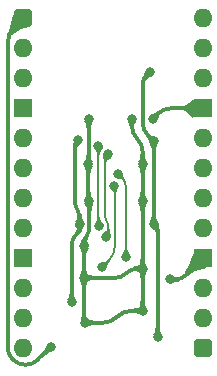
<source format=gbl>
%TF.GenerationSoftware,KiCad,Pcbnew,8.0.7*%
%TF.CreationDate,2025-01-27T09:30:16+02:00*%
%TF.ProjectId,SD Card Read Data,53442043-6172-4642-9052-656164204461,V0*%
%TF.SameCoordinates,Original*%
%TF.FileFunction,Copper,L2,Bot*%
%TF.FilePolarity,Positive*%
%FSLAX46Y46*%
G04 Gerber Fmt 4.6, Leading zero omitted, Abs format (unit mm)*
G04 Created by KiCad (PCBNEW 8.0.7) date 2025-01-27 09:30:16*
%MOMM*%
%LPD*%
G01*
G04 APERTURE LIST*
G04 Aperture macros list*
%AMRoundRect*
0 Rectangle with rounded corners*
0 $1 Rounding radius*
0 $2 $3 $4 $5 $6 $7 $8 $9 X,Y pos of 4 corners*
0 Add a 4 corners polygon primitive as box body*
4,1,4,$2,$3,$4,$5,$6,$7,$8,$9,$2,$3,0*
0 Add four circle primitives for the rounded corners*
1,1,$1+$1,$2,$3*
1,1,$1+$1,$4,$5*
1,1,$1+$1,$6,$7*
1,1,$1+$1,$8,$9*
0 Add four rect primitives between the rounded corners*
20,1,$1+$1,$2,$3,$4,$5,0*
20,1,$1+$1,$4,$5,$6,$7,0*
20,1,$1+$1,$6,$7,$8,$9,0*
20,1,$1+$1,$8,$9,$2,$3,0*%
G04 Aperture macros list end*
%TA.AperFunction,ComponentPad*%
%ADD10O,1.600000X1.600000*%
%TD*%
%TA.AperFunction,ComponentPad*%
%ADD11R,1.600000X1.600000*%
%TD*%
%TA.AperFunction,ComponentPad*%
%ADD12RoundRect,0.400000X-0.400000X-0.400000X0.400000X-0.400000X0.400000X0.400000X-0.400000X0.400000X0*%
%TD*%
%TA.AperFunction,ViaPad*%
%ADD13C,0.800000*%
%TD*%
%TA.AperFunction,Conductor*%
%ADD14C,0.380000*%
%TD*%
%TA.AperFunction,Conductor*%
%ADD15C,0.200000*%
%TD*%
G04 APERTURE END LIST*
D10*
%TO.P,J1,24,Pin_24*%
%TO.N,unconnected-(J1-Pin_24-Pad24)*%
X15240000Y0D03*
%TO.P,J1,23,Pin_23*%
%TO.N,MD7*%
X15240000Y-2540000D03*
%TO.P,J1,22,Pin_22*%
%TO.N,MD6*%
X15240000Y-5080000D03*
D11*
%TO.P,J1,21,Pin_21*%
%TO.N,GND*%
X15240000Y-7620000D03*
D10*
%TO.P,J1,20,Pin_20*%
%TO.N,MD5*%
X15240000Y-10160000D03*
%TO.P,J1,19,Pin_19*%
%TO.N,MD4*%
X15240000Y-12700000D03*
%TO.P,J1,18,Pin_18*%
%TO.N,MD3*%
X15240000Y-15240000D03*
%TO.P,J1,17,Pin_17*%
%TO.N,MD2*%
X15240000Y-17780000D03*
D11*
%TO.P,J1,16,Pin_16*%
%TO.N,GND*%
X15240000Y-20320000D03*
D10*
%TO.P,J1,15,Pin_15*%
%TO.N,MD1*%
X15240000Y-22860000D03*
%TO.P,J1,14,Pin_14*%
%TO.N,MD0*%
X15240000Y-25400000D03*
D12*
%TO.P,J1,13,Pin_13*%
%TO.N,5V*%
X15240000Y-27940000D03*
D10*
%TO.P,J1,12,Pin_12*%
%TO.N,unconnected-(J1-Pin_12-Pad12)*%
X0Y-27940000D03*
%TO.P,J1,11,Pin_11*%
%TO.N,unconnected-(J1-Pin_11-Pad11)*%
X0Y-25400000D03*
%TO.P,J1,10,Pin_10*%
%TO.N,Second CLK*%
X0Y-22860000D03*
D11*
%TO.P,J1,9,Pin_9*%
%TO.N,GND*%
X0Y-20320000D03*
D10*
%TO.P,J1,8,Pin_8*%
%TO.N,DAT0*%
X0Y-17780000D03*
%TO.P,J1,7,Pin_7*%
%TO.N,DAT1*%
X0Y-15240000D03*
%TO.P,J1,6,Pin_6*%
%TO.N,DAT2*%
X0Y-12700000D03*
%TO.P,J1,5,Pin_5*%
%TO.N,DAT3*%
X0Y-10160000D03*
D11*
%TO.P,J1,4,Pin_4*%
%TO.N,GND*%
X0Y-7620000D03*
D10*
%TO.P,J1,3,Pin_3*%
%TO.N,First CLK*%
X0Y-5080000D03*
%TO.P,J1,2,Pin_2*%
%TO.N,unconnected-(J1-Pin_2-Pad2)*%
X0Y-2540000D03*
D12*
%TO.P,J1,1,Pin_1*%
%TO.N,5V*%
X0Y0D03*
%TD*%
D13*
%TO.N,/3.3V*%
X10802000Y-4572000D03*
X11119503Y-10412990D03*
X11119512Y-17399001D03*
X4826003Y-17399003D03*
X11430000Y-26992000D03*
X4723867Y-10298000D03*
X4168501Y-24025501D03*
%TO.N,GND*%
X10160006Y-21209002D03*
X12446000Y-22098000D03*
X10160000Y-15494000D03*
X9271000Y-8509000D03*
X5588008Y-15493996D03*
X5588000Y-8508000D03*
X5301998Y-25781000D03*
X5225003Y-19304005D03*
X11049000Y-8508000D03*
X10160000Y-12318000D03*
X5576790Y-12331000D03*
X10160000Y-24765009D03*
X5207000Y-21971000D03*
%TO.N,5V*%
X2413000Y-27813000D03*
%TO.N,DAT3*%
X6506000Y-17622968D03*
X6428000Y-10784195D03*
%TO.N,DAT1*%
X8079525Y-13171000D03*
X8763000Y-20193000D03*
%TO.N,DAT0*%
X7724658Y-14159218D03*
X6731000Y-21082000D03*
%TO.N,DAT2*%
X7227000Y-11530507D03*
X7084787Y-18499045D03*
%TD*%
D14*
%TO.N,5V*%
X1338012Y-28887987D02*
G75*
G02*
X254000Y-29336998I-1084012J1084017D01*
G01*
X-635000Y-635000D02*
G75*
G03*
X-1270002Y-2168025I1533030J-1533030D01*
G01*
X-825500Y-28892500D02*
G75*
G03*
X247617Y-29337001I1073120J1073120D01*
G01*
X-1270000Y-27819382D02*
G75*
G03*
X-825499Y-28892499I1517620J2D01*
G01*
%TO.N,GND*%
X5588000Y-12311863D02*
G75*
G02*
X5582406Y-12325406I-19100J-37D01*
G01*
X8000995Y-25273004D02*
G75*
G02*
X6774585Y-25780991I-1226395J1226404D01*
G01*
X13821210Y-21738789D02*
G75*
G02*
X12954000Y-22098005I-867210J867189D01*
G01*
X5216001Y-19313006D02*
G75*
G03*
X5207017Y-19334738I21699J-21694D01*
G01*
X5445501Y-18430498D02*
G75*
G03*
X5225013Y-18962828I532299J-532302D01*
G01*
X9715500Y-10223500D02*
G75*
G02*
X10159993Y-11296617I-1073100J-1073100D01*
G01*
X5207000Y-25618828D02*
G75*
G03*
X5254507Y-25733493I162200J28D01*
G01*
X5627004Y-15532992D02*
G75*
G02*
X5665986Y-15627136I-94104J-94108D01*
G01*
X5576790Y-15474845D02*
G75*
G03*
X5582430Y-15488356I19110J45D01*
G01*
X5666000Y-17898168D02*
G75*
G02*
X5445503Y-18430500I-752830J-2D01*
G01*
X9271000Y-9150382D02*
G75*
G03*
X9715495Y-10223505I1517600J-18D01*
G01*
X12564910Y-7620000D02*
G75*
G03*
X11492997Y-8063997I-10J-1515900D01*
G01*
X9652002Y-21209002D02*
G75*
G03*
X8784790Y-21568221I-2J-1226398D01*
G01*
X8762999Y-21590001D02*
G75*
G02*
X7843186Y-21970994I-919799J919801D01*
G01*
X9227405Y-24765009D02*
G75*
G03*
X8000996Y-25273005I-5J-1734391D01*
G01*
%TO.N,/3.3V*%
X4826003Y-17716500D02*
G75*
G02*
X4601498Y-18258501I-766503J0D01*
G01*
X10160000Y-8775015D02*
G75*
G03*
X10639754Y-9933235I1638000J15D01*
G01*
X4581745Y-10440122D02*
G75*
G03*
X4439660Y-10783234I343155J-343078D01*
G01*
X4632811Y-16195188D02*
G75*
G02*
X4826005Y-16661586I-466411J-466412D01*
G01*
X4439623Y-15728790D02*
G75*
G03*
X4632808Y-16195191I659577J-10D01*
G01*
X11274756Y-17554245D02*
G75*
G02*
X11429984Y-17929037I-374756J-374755D01*
G01*
X10481000Y-4893000D02*
G75*
G03*
X10159984Y-5667962I775000J-775000D01*
G01*
X4497252Y-18362748D02*
G75*
G03*
X4168509Y-19156423I793648J-793652D01*
G01*
D15*
%TO.N,DAT2*%
X7105999Y-11651508D02*
G75*
G03*
X6985013Y-11943630I292101J-292092D01*
G01*
X7256000Y-18206766D02*
G75*
G02*
X7170415Y-18413460I-292300J-34D01*
G01*
X7120499Y-17176806D02*
G75*
G02*
X7255984Y-17503934I-327099J-327094D01*
G01*
X6984998Y-16849677D02*
G75*
G03*
X7120493Y-17176812I462602J-23D01*
G01*
%TO.N,DAT0*%
X7834787Y-19197717D02*
G75*
G02*
X7282896Y-20530109I-1884287J-3D01*
G01*
X7779722Y-14214282D02*
G75*
G02*
X7834777Y-14347219I-132922J-132918D01*
G01*
%TO.N,DAT1*%
X8421262Y-13512737D02*
G75*
G02*
X8763015Y-14337764I-825062J-825063D01*
G01*
%TO.N,DAT3*%
X6428000Y-17489813D02*
G75*
G03*
X6467018Y-17583950I133100J13D01*
G01*
D14*
%TO.N,/3.3V*%
X4601498Y-18258501D02*
X4497252Y-18362748D01*
X4168501Y-24025501D02*
X4168501Y-19156423D01*
X4826003Y-17399003D02*
X4826003Y-17716500D01*
%TO.N,GND*%
X5666000Y-15627136D02*
X5666000Y-17898168D01*
X5588008Y-15493996D02*
X5627004Y-15532992D01*
X5225003Y-19304005D02*
X5225003Y-18962828D01*
%TO.N,/3.3V*%
X4581745Y-10440122D02*
X4723867Y-10298000D01*
X4439623Y-10783234D02*
X4439623Y-15728790D01*
X4826000Y-17399000D02*
X4826000Y-16661586D01*
X4826003Y-17399003D02*
X4826000Y-17399000D01*
%TO.N,GND*%
X10160006Y-21209002D02*
X9652002Y-21209002D01*
X8784784Y-21568215D02*
X8762999Y-21590001D01*
X5207000Y-21971000D02*
X7843186Y-21971000D01*
X10160006Y-21209002D02*
X10160000Y-21208996D01*
X10160000Y-15494000D02*
X10160000Y-21208996D01*
X10160006Y-21209002D02*
X10160000Y-21209008D01*
X10160000Y-24765009D02*
X10160000Y-21209008D01*
X10160000Y-24765009D02*
X9227405Y-24765009D01*
X6774585Y-25781000D02*
X5301998Y-25781000D01*
D15*
%TO.N,DAT0*%
X6731000Y-21082000D02*
X7282893Y-20530106D01*
X7834787Y-19197717D02*
X7834787Y-14347219D01*
X7779722Y-14214282D02*
X7724658Y-14159218D01*
%TO.N,DAT2*%
X7170393Y-18413438D02*
X7084787Y-18499045D01*
X6984998Y-11943630D02*
X6984998Y-16849677D01*
%TO.N,DAT3*%
X6467000Y-17583968D02*
X6506000Y-17622968D01*
X6428000Y-17489813D02*
X6428000Y-10784195D01*
%TO.N,DAT2*%
X7256000Y-18206766D02*
X7256000Y-17503934D01*
X7105999Y-11651508D02*
X7227000Y-11530507D01*
D14*
%TO.N,GND*%
X5225003Y-19304005D02*
X5216001Y-19313006D01*
X5207000Y-19334738D02*
X5207000Y-21971000D01*
D15*
%TO.N,DAT1*%
X8763000Y-20193000D02*
X8763000Y-14337764D01*
X8079525Y-13171000D02*
X8421262Y-13512737D01*
D14*
%TO.N,GND*%
X5588008Y-15493996D02*
X5582399Y-15488387D01*
X5576790Y-12331000D02*
X5576790Y-15474845D01*
X5301998Y-25781000D02*
X5254499Y-25733501D01*
X5207000Y-21971000D02*
X5207000Y-25618828D01*
%TO.N,5V*%
X-1270000Y-2168025D02*
X-1270000Y-27819382D01*
X254000Y-29337000D02*
X247617Y-29337000D01*
X1338012Y-28887987D02*
X2413000Y-27813000D01*
X-635000Y-635000D02*
X0Y0D01*
%TO.N,/3.3V*%
X10160000Y-8775015D02*
X10160000Y-5667962D01*
X10481000Y-4893000D02*
X10802000Y-4572000D01*
X11119512Y-17399001D02*
X11119512Y-10412999D01*
X11430000Y-26992000D02*
X11430000Y-17929037D01*
X10639751Y-9933238D02*
X11119503Y-10412990D01*
X11119512Y-10412999D02*
X11119503Y-10412990D01*
X11119512Y-17399001D02*
X11274756Y-17554245D01*
%TO.N,GND*%
X10160000Y-12318000D02*
X10160000Y-11296617D01*
X9271000Y-8509000D02*
X9271000Y-9150382D01*
X12446000Y-22098000D02*
X12954000Y-22098000D01*
X5576790Y-12331000D02*
X5582395Y-12325395D01*
X11049000Y-8508000D02*
X11493000Y-8064000D01*
X10160000Y-12318000D02*
X10160000Y-15494000D01*
X12564910Y-7620000D02*
X15240000Y-7620000D01*
X5588000Y-12311863D02*
X5588000Y-8508000D01*
X13821210Y-21738789D02*
X15240000Y-20320000D01*
%TD*%
%TA.AperFunction,Conductor*%
%TO.N,5V*%
G36*
X-787862Y281750D02*
G01*
X-4192Y2552D01*
X2446Y-3447D01*
X214017Y-451383D01*
X372283Y-786464D01*
X372718Y-795408D01*
X366701Y-802040D01*
X363998Y-802934D01*
X116071Y-852497D01*
X-146542Y-941598D01*
X-409124Y-1067284D01*
X-409142Y-1067293D01*
X-409144Y-1067294D01*
X-671751Y-1229592D01*
X-929012Y-1424442D01*
X-937676Y-1426705D01*
X-940553Y-1425924D01*
X-1274720Y-1287508D01*
X-1281052Y-1281176D01*
X-1281093Y-1272321D01*
X-1188347Y-1042449D01*
X-1188335Y-1042418D01*
X-1091258Y-765217D01*
X-994172Y-451386D01*
X-897084Y-100950D01*
X-803135Y273576D01*
X-797799Y280766D01*
X-788940Y282077D01*
X-787862Y281750D01*
G37*
%TD.AperFunction*%
%TD*%
%TA.AperFunction,Conductor*%
%TO.N,GND*%
G36*
X5213771Y-18432515D02*
G01*
X5213953Y-18432633D01*
X5511961Y-18631757D01*
X5516936Y-18639202D01*
X5516240Y-18646035D01*
X5458908Y-18781851D01*
X5475947Y-18895900D01*
X5533915Y-19004057D01*
X5534127Y-19004471D01*
X5595344Y-19130462D01*
X5596358Y-19133635D01*
X5622714Y-19290393D01*
X5620706Y-19299120D01*
X5613116Y-19303871D01*
X5611200Y-19304033D01*
X5226801Y-19304831D01*
X5222273Y-19303929D01*
X5189819Y-19290393D01*
X5068340Y-19239725D01*
X4866068Y-19155360D01*
X4859752Y-19149013D01*
X4859699Y-19140241D01*
X4862325Y-19133635D01*
X4929355Y-18964958D01*
X4929364Y-18964931D01*
X4929384Y-18964884D01*
X4955722Y-18895900D01*
X4980212Y-18831757D01*
X4980379Y-18831345D01*
X5028931Y-18719106D01*
X5029376Y-18718190D01*
X5096568Y-18594498D01*
X5096982Y-18593798D01*
X5124299Y-18550985D01*
X5197616Y-18436084D01*
X5204954Y-18430954D01*
X5213771Y-18432515D01*
G37*
%TD.AperFunction*%
%TD*%
%TA.AperFunction,Conductor*%
%TO.N,/3.3V*%
G36*
X4828728Y-17399077D02*
G01*
X5184875Y-17547621D01*
X5191191Y-17553968D01*
X5191219Y-17562803D01*
X5120489Y-17737836D01*
X5067092Y-17869974D01*
X5066854Y-17870521D01*
X5015295Y-17981451D01*
X5014855Y-17982304D01*
X4945040Y-18105064D01*
X4944697Y-18105630D01*
X4842827Y-18263272D01*
X4835458Y-18268361D01*
X4826650Y-18266749D01*
X4826500Y-18266650D01*
X4528507Y-18067536D01*
X4523532Y-18060091D01*
X4524253Y-18053199D01*
X4582052Y-17918389D01*
X4567567Y-17804868D01*
X4567567Y-17804867D01*
X4512913Y-17697081D01*
X4512741Y-17696727D01*
X4498886Y-17666959D01*
X4454365Y-17571303D01*
X4453426Y-17568248D01*
X4428197Y-17412544D01*
X4430256Y-17403831D01*
X4437875Y-17399125D01*
X4439715Y-17398974D01*
X4824208Y-17398176D01*
X4828728Y-17399077D01*
G37*
%TD.AperFunction*%
%TD*%
%TA.AperFunction,Conductor*%
%TO.N,/3.3V*%
G36*
X4727272Y-10300418D02*
G01*
X4727308Y-10300453D01*
X4997517Y-10571617D01*
X5000929Y-10579897D01*
X4997488Y-10588164D01*
X4996556Y-10588998D01*
X4891769Y-10673159D01*
X4890268Y-10674183D01*
X4787990Y-10732910D01*
X4787985Y-10732913D01*
X4705032Y-10787456D01*
X4705030Y-10787458D01*
X4649730Y-10866428D01*
X4649729Y-10866431D01*
X4631132Y-10988947D01*
X4626503Y-10996612D01*
X4619565Y-10998891D01*
X4261853Y-10998891D01*
X4253580Y-10995464D01*
X4250153Y-10987191D01*
X4250164Y-10986674D01*
X4257317Y-10825108D01*
X4257435Y-10823894D01*
X4262886Y-10787457D01*
X4275710Y-10701735D01*
X4275818Y-10701128D01*
X4297733Y-10595460D01*
X4316145Y-10472385D01*
X4323373Y-10309153D01*
X4327163Y-10301041D01*
X4335032Y-10297972D01*
X4718991Y-10297012D01*
X4727272Y-10300418D01*
G37*
%TD.AperFunction*%
%TD*%
%TA.AperFunction,Conductor*%
%TO.N,/3.3V*%
G36*
X11508525Y-17398973D02*
G01*
X11516789Y-17402421D01*
X11520174Y-17409968D01*
X11529961Y-17572039D01*
X11529962Y-17572043D01*
X11554140Y-17689964D01*
X11554884Y-17693589D01*
X11584505Y-17797535D01*
X11584715Y-17798391D01*
X11609382Y-17918692D01*
X11609599Y-17920337D01*
X11619251Y-18080145D01*
X11616329Y-18088609D01*
X11608277Y-18092529D01*
X11607572Y-18092550D01*
X11249902Y-18092550D01*
X11241629Y-18089123D01*
X11238363Y-18082784D01*
X11237921Y-18080145D01*
X11217591Y-17958852D01*
X11217590Y-17958850D01*
X11156640Y-17882257D01*
X11066567Y-17831444D01*
X11066568Y-17831444D01*
X11066560Y-17831440D01*
X10957734Y-17775574D01*
X10955903Y-17774408D01*
X10847129Y-17689964D01*
X10842696Y-17682184D01*
X10845062Y-17673547D01*
X10846008Y-17672471D01*
X11116071Y-17401453D01*
X11124336Y-17398013D01*
X11508525Y-17398973D01*
G37*
%TD.AperFunction*%
%TD*%
%TA.AperFunction,Conductor*%
%TO.N,DAT2*%
G36*
X7230405Y-11532925D02*
G01*
X7230435Y-11532954D01*
X7406080Y-11709220D01*
X7500503Y-11803977D01*
X7503915Y-11812257D01*
X7500474Y-11820524D01*
X7499398Y-11821472D01*
X7383998Y-11911222D01*
X7382184Y-11912381D01*
X7267465Y-11971633D01*
X7172660Y-12025568D01*
X7172659Y-12025569D01*
X7108554Y-12106675D01*
X7086628Y-12238158D01*
X7081887Y-12245754D01*
X7075087Y-12247933D01*
X6896308Y-12247933D01*
X6888035Y-12244506D01*
X6884615Y-12236629D01*
X6878966Y-12069680D01*
X6878966Y-12069674D01*
X6864582Y-11943575D01*
X6847448Y-11835079D01*
X6847391Y-11834654D01*
X6833080Y-11709197D01*
X6833015Y-11708313D01*
X6827408Y-11542571D01*
X6830553Y-11534187D01*
X6838705Y-11530483D01*
X6839022Y-11530476D01*
X7222124Y-11529519D01*
X7230405Y-11532925D01*
G37*
%TD.AperFunction*%
%TD*%
%TA.AperFunction,Conductor*%
%TO.N,/3.3V*%
G36*
X4355511Y-23228928D02*
G01*
X4358930Y-23236756D01*
X4364841Y-23391919D01*
X4384703Y-23508913D01*
X4419354Y-23607409D01*
X4419359Y-23607422D01*
X4469984Y-23718137D01*
X4470049Y-23718280D01*
X4533233Y-23861502D01*
X4533437Y-23870454D01*
X4527250Y-23876929D01*
X4527030Y-23877023D01*
X4173003Y-24024624D01*
X4164049Y-24024645D01*
X4163999Y-24024624D01*
X3809971Y-23877023D01*
X3803653Y-23870676D01*
X3803674Y-23861722D01*
X3803737Y-23861572D01*
X3866951Y-23718280D01*
X3917646Y-23607408D01*
X3952295Y-23508917D01*
X3972159Y-23391913D01*
X3978072Y-23236754D01*
X3981812Y-23228619D01*
X3989764Y-23225501D01*
X4347238Y-23225501D01*
X4355511Y-23228928D01*
G37*
%TD.AperFunction*%
%TD*%
%TA.AperFunction,Conductor*%
%TO.N,GND*%
G36*
X5975493Y-15493964D02*
G01*
X5983757Y-15497412D01*
X5987163Y-15505693D01*
X5987134Y-15506481D01*
X5974346Y-15689172D01*
X5974056Y-15691069D01*
X5941659Y-15826914D01*
X5941382Y-15827888D01*
X5902464Y-15945072D01*
X5869728Y-16082339D01*
X5869726Y-16082353D01*
X5856762Y-16267599D01*
X5852766Y-16275613D01*
X5845091Y-16278482D01*
X5486740Y-16278482D01*
X5478467Y-16275055D01*
X5475083Y-16267781D01*
X5461742Y-16112133D01*
X5461740Y-16112124D01*
X5451460Y-16082339D01*
X5422922Y-15999651D01*
X5365477Y-15907211D01*
X5295728Y-15801548D01*
X5295028Y-15800333D01*
X5224055Y-15658276D01*
X5223423Y-15649344D01*
X5229292Y-15642581D01*
X5230019Y-15642248D01*
X5585837Y-15493900D01*
X5590358Y-15493001D01*
X5975493Y-15493964D01*
G37*
%TD.AperFunction*%
%TD*%
%TA.AperFunction,Conductor*%
%TO.N,/3.3V*%
G36*
X5013116Y-16661748D02*
G01*
X5016665Y-16669437D01*
X5025418Y-16810096D01*
X5025419Y-16810102D01*
X5047637Y-16916081D01*
X5047638Y-16916085D01*
X5083092Y-17004920D01*
X5111001Y-17061920D01*
X5132155Y-17105124D01*
X5132316Y-17105466D01*
X5190615Y-17234958D01*
X5190886Y-17243909D01*
X5184749Y-17250430D01*
X5184448Y-17250560D01*
X4830521Y-17398125D01*
X4821568Y-17398145D01*
X4628543Y-17317674D01*
X4467639Y-17250594D01*
X4461321Y-17244248D01*
X4461342Y-17235293D01*
X4461491Y-17234951D01*
X4520223Y-17107020D01*
X4520419Y-17106618D01*
X4571459Y-17007606D01*
X4608622Y-16919855D01*
X4630561Y-16815105D01*
X4635625Y-16675977D01*
X4639350Y-16667836D01*
X4647111Y-16664707D01*
X5004784Y-16658466D01*
X5013116Y-16661748D01*
G37*
%TD.AperFunction*%
%TD*%
%TA.AperFunction,Conductor*%
%TO.N,GND*%
G36*
X10005242Y-20843785D02*
G01*
X10011330Y-20849991D01*
X10159079Y-21204192D01*
X10159102Y-21213146D01*
X10159082Y-21213194D01*
X10011741Y-21567008D01*
X10005397Y-21573328D01*
X9996442Y-21573311D01*
X9995733Y-21572987D01*
X9867188Y-21509097D01*
X9866323Y-21508621D01*
X9763891Y-21446429D01*
X9672825Y-21403098D01*
X9672822Y-21403097D01*
X9568004Y-21390773D01*
X9567998Y-21390774D01*
X9434175Y-21419162D01*
X9425371Y-21417527D01*
X9420620Y-21411333D01*
X9310131Y-21071289D01*
X9310833Y-21062361D01*
X9317642Y-21056546D01*
X9317811Y-21056492D01*
X9480659Y-21006984D01*
X9480999Y-21006887D01*
X9606177Y-20973781D01*
X9714384Y-20945088D01*
X9837340Y-20905446D01*
X9996291Y-20843591D01*
X10005242Y-20843785D01*
G37*
%TD.AperFunction*%
%TD*%
%TA.AperFunction,Conductor*%
%TO.N,GND*%
G36*
X5370778Y-21606173D02*
G01*
X5370954Y-21606248D01*
X5514219Y-21669450D01*
X5550212Y-21685907D01*
X5625076Y-21720139D01*
X5625087Y-21720143D01*
X5625091Y-21720145D01*
X5723582Y-21754794D01*
X5723585Y-21754795D01*
X5840580Y-21774657D01*
X5840581Y-21774657D01*
X5840587Y-21774658D01*
X5995746Y-21780571D01*
X6003882Y-21784311D01*
X6007000Y-21792263D01*
X6007000Y-22149736D01*
X6003573Y-22158009D01*
X5995746Y-22161428D01*
X5840580Y-22167340D01*
X5723585Y-22187202D01*
X5625089Y-22221853D01*
X5625076Y-22221858D01*
X5514337Y-22272493D01*
X5514195Y-22272558D01*
X5370999Y-22335732D01*
X5362046Y-22335936D01*
X5355571Y-22329750D01*
X5355477Y-22329529D01*
X5331725Y-22272558D01*
X5207875Y-21975499D01*
X5207855Y-21966550D01*
X5355478Y-21612468D01*
X5361824Y-21606152D01*
X5370778Y-21606173D01*
G37*
%TD.AperFunction*%
%TD*%
%TA.AperFunction,Conductor*%
%TO.N,GND*%
G36*
X10347010Y-20412430D02*
G01*
X10350429Y-20420257D01*
X10356341Y-20575421D01*
X10376204Y-20692415D01*
X10410857Y-20790911D01*
X10410862Y-20790924D01*
X10461488Y-20901638D01*
X10461522Y-20901795D01*
X10461553Y-20901782D01*
X10524737Y-21045003D01*
X10524941Y-21053955D01*
X10518754Y-21060430D01*
X10518534Y-21060524D01*
X10164508Y-21208125D01*
X10155554Y-21208146D01*
X10155504Y-21208125D01*
X9801476Y-21060524D01*
X9795158Y-21054177D01*
X9795179Y-21045223D01*
X9795241Y-21045075D01*
X9858422Y-20901858D01*
X9858482Y-20901725D01*
X9858522Y-20901638D01*
X9909149Y-20790910D01*
X9943796Y-20692419D01*
X9963659Y-20575414D01*
X9969571Y-20420256D01*
X9973311Y-20412121D01*
X9981263Y-20409003D01*
X10338737Y-20409003D01*
X10347010Y-20412430D01*
G37*
%TD.AperFunction*%
%TD*%
%TA.AperFunction,Conductor*%
%TO.N,GND*%
G36*
X10518529Y-15642477D02*
G01*
X10524847Y-15648824D01*
X10524826Y-15657778D01*
X10524732Y-15657999D01*
X10461558Y-15801195D01*
X10461493Y-15801337D01*
X10410858Y-15912076D01*
X10410853Y-15912089D01*
X10376202Y-16010585D01*
X10356340Y-16127580D01*
X10350429Y-16282745D01*
X10346689Y-16290882D01*
X10338737Y-16294000D01*
X9981263Y-16294000D01*
X9972990Y-16290573D01*
X9969571Y-16282746D01*
X9969571Y-16282745D01*
X9963658Y-16127587D01*
X9943794Y-16010582D01*
X9909145Y-15912091D01*
X9909143Y-15912087D01*
X9909139Y-15912076D01*
X9858504Y-15801338D01*
X9858439Y-15801195D01*
X9795266Y-15657996D01*
X9795063Y-15649046D01*
X9801250Y-15642571D01*
X9801399Y-15642506D01*
X10155500Y-15494875D01*
X10164449Y-15494855D01*
X10518529Y-15642477D01*
G37*
%TD.AperFunction*%
%TD*%
%TA.AperFunction,Conductor*%
%TO.N,GND*%
G36*
X10483064Y-21342691D02*
G01*
X10518534Y-21357479D01*
X10524852Y-21363826D01*
X10524831Y-21372780D01*
X10524737Y-21373001D01*
X10461553Y-21516221D01*
X10461488Y-21516363D01*
X10410862Y-21627078D01*
X10410857Y-21627091D01*
X10376204Y-21725587D01*
X10356341Y-21842581D01*
X10350429Y-21997747D01*
X10346689Y-22005883D01*
X10338737Y-22009001D01*
X9981263Y-22009001D01*
X9972990Y-22005574D01*
X9969571Y-21997747D01*
X9963659Y-21842588D01*
X9943796Y-21725584D01*
X9909149Y-21627092D01*
X9858482Y-21516277D01*
X9858418Y-21516134D01*
X9833885Y-21460525D01*
X9795272Y-21372998D01*
X9795069Y-21364048D01*
X9801256Y-21357573D01*
X9801405Y-21357508D01*
X10155506Y-21209877D01*
X10164455Y-21209857D01*
X10483064Y-21342691D01*
G37*
%TD.AperFunction*%
%TD*%
%TA.AperFunction,Conductor*%
%TO.N,GND*%
G36*
X10347010Y-23968436D02*
G01*
X10350429Y-23976264D01*
X10356340Y-24131427D01*
X10376202Y-24248421D01*
X10410853Y-24346917D01*
X10410858Y-24346930D01*
X10461483Y-24457645D01*
X10461548Y-24457788D01*
X10524732Y-24601010D01*
X10524936Y-24609962D01*
X10518749Y-24616437D01*
X10518529Y-24616531D01*
X10164502Y-24764132D01*
X10155548Y-24764153D01*
X10155498Y-24764132D01*
X9801470Y-24616531D01*
X9795152Y-24610184D01*
X9795173Y-24601230D01*
X9795236Y-24601080D01*
X9858450Y-24457788D01*
X9909145Y-24346916D01*
X9943794Y-24248425D01*
X9963658Y-24131421D01*
X9969571Y-23976262D01*
X9973311Y-23968127D01*
X9981263Y-23965009D01*
X10338737Y-23965009D01*
X10347010Y-23968436D01*
G37*
%TD.AperFunction*%
%TD*%
%TA.AperFunction,Conductor*%
%TO.N,GND*%
G36*
X10011428Y-24406259D02*
G01*
X10011522Y-24406479D01*
X10159123Y-24760507D01*
X10159144Y-24769461D01*
X10159123Y-24769511D01*
X10011522Y-25123538D01*
X10005175Y-25129856D01*
X9996221Y-25129835D01*
X9996001Y-25129741D01*
X9852803Y-25066567D01*
X9852660Y-25066502D01*
X9741921Y-25015867D01*
X9741908Y-25015862D01*
X9643412Y-24981211D01*
X9526418Y-24961349D01*
X9371254Y-24955437D01*
X9363118Y-24951697D01*
X9360000Y-24943745D01*
X9360000Y-24586272D01*
X9363427Y-24577999D01*
X9371253Y-24574580D01*
X9526412Y-24568667D01*
X9526418Y-24568666D01*
X9643412Y-24548804D01*
X9643413Y-24548803D01*
X9643416Y-24548803D01*
X9741907Y-24514154D01*
X9741915Y-24514150D01*
X9741921Y-24514148D01*
X9776915Y-24498146D01*
X9852779Y-24463459D01*
X9996003Y-24400275D01*
X10004953Y-24400072D01*
X10011428Y-24406259D01*
G37*
%TD.AperFunction*%
%TD*%
%TA.AperFunction,Conductor*%
%TO.N,GND*%
G36*
X5465776Y-25416173D02*
G01*
X5465952Y-25416248D01*
X5609217Y-25479450D01*
X5645210Y-25495907D01*
X5720074Y-25530139D01*
X5720085Y-25530143D01*
X5720089Y-25530145D01*
X5818580Y-25564794D01*
X5818583Y-25564795D01*
X5935578Y-25584657D01*
X5935579Y-25584657D01*
X5935585Y-25584658D01*
X6090744Y-25590571D01*
X6098880Y-25594311D01*
X6101998Y-25602263D01*
X6101998Y-25959736D01*
X6098571Y-25968009D01*
X6090744Y-25971428D01*
X5935578Y-25977340D01*
X5818583Y-25997202D01*
X5720087Y-26031853D01*
X5720074Y-26031858D01*
X5609335Y-26082493D01*
X5609193Y-26082558D01*
X5465997Y-26145732D01*
X5457044Y-26145936D01*
X5450569Y-26139750D01*
X5450475Y-26139529D01*
X5426723Y-26082558D01*
X5302873Y-25785499D01*
X5302853Y-25776550D01*
X5450476Y-25422468D01*
X5456822Y-25416152D01*
X5465776Y-25416173D01*
G37*
%TD.AperFunction*%
%TD*%
%TA.AperFunction,Conductor*%
%TO.N,DAT0*%
G36*
X7218719Y-20467888D02*
G01*
X7274316Y-20521790D01*
X7347006Y-20592266D01*
X7350561Y-20600485D01*
X7347955Y-20608029D01*
X7249372Y-20729775D01*
X7249371Y-20729776D01*
X7200053Y-20838442D01*
X7200052Y-20838444D01*
X7177984Y-20945591D01*
X7154539Y-21070436D01*
X7154155Y-21071929D01*
X7104480Y-21223115D01*
X7098642Y-21229905D01*
X7089713Y-21230578D01*
X7088913Y-21230283D01*
X6734815Y-21084573D01*
X6728468Y-21078255D01*
X6728461Y-21078240D01*
X6582745Y-20724155D01*
X6582766Y-20715202D01*
X6589112Y-20708884D01*
X6589962Y-20708572D01*
X6741111Y-20659908D01*
X6742687Y-20659521D01*
X6868486Y-20637886D01*
X6976421Y-20617311D01*
X7084392Y-20568121D01*
X7203004Y-20467371D01*
X7211527Y-20464628D01*
X7218719Y-20467888D01*
G37*
%TD.AperFunction*%
%TD*%
%TA.AperFunction,Conductor*%
%TO.N,DAT0*%
G36*
X8083281Y-14307734D02*
G01*
X8089599Y-14314081D01*
X8089578Y-14323035D01*
X8089524Y-14323163D01*
X8030220Y-14460784D01*
X7984779Y-14568120D01*
X7984772Y-14568138D01*
X7955358Y-14663790D01*
X7955356Y-14663800D01*
X7939519Y-14777051D01*
X7939518Y-14777062D01*
X7935122Y-14925957D01*
X7931452Y-14934126D01*
X7923427Y-14937312D01*
X7744857Y-14937312D01*
X7736584Y-14933885D01*
X7733287Y-14927355D01*
X7708733Y-14764329D01*
X7641438Y-14656634D01*
X7549405Y-14573111D01*
X7549020Y-14572745D01*
X7449382Y-14472971D01*
X7447566Y-14470613D01*
X7361850Y-14323840D01*
X7360638Y-14314970D01*
X7366054Y-14307839D01*
X7367443Y-14307147D01*
X7720158Y-14160093D01*
X7729107Y-14160073D01*
X8083281Y-14307734D01*
G37*
%TD.AperFunction*%
%TD*%
%TA.AperFunction,Conductor*%
%TO.N,DAT3*%
G36*
X6526027Y-16841910D02*
G01*
X6529352Y-16848639D01*
X6550906Y-17010570D01*
X6550907Y-17010573D01*
X6610619Y-17120532D01*
X6693510Y-17207461D01*
X6693749Y-17207719D01*
X6785583Y-17310010D01*
X6787082Y-17312104D01*
X6869124Y-17458431D01*
X6870181Y-17467323D01*
X6864641Y-17474358D01*
X6863421Y-17474952D01*
X6510502Y-17622091D01*
X6501548Y-17622112D01*
X6501498Y-17622091D01*
X6147578Y-17474535D01*
X6141260Y-17468188D01*
X6141281Y-17459234D01*
X6141392Y-17458977D01*
X6204776Y-17319019D01*
X6204949Y-17318656D01*
X6258415Y-17210979D01*
X6296934Y-17115480D01*
X6320198Y-17001575D01*
X6327467Y-16849623D01*
X6331286Y-16841524D01*
X6339154Y-16838483D01*
X6517754Y-16838483D01*
X6526027Y-16841910D01*
G37*
%TD.AperFunction*%
%TD*%
%TA.AperFunction,Conductor*%
%TO.N,DAT3*%
G36*
X6712716Y-10901898D02*
G01*
X6785952Y-10932432D01*
X6792270Y-10938779D01*
X6792249Y-10947733D01*
X6791900Y-10948492D01*
X6718360Y-11094557D01*
X6717611Y-11095837D01*
X6644734Y-11203927D01*
X6584262Y-11298330D01*
X6543158Y-11413435D01*
X6528947Y-11573530D01*
X6524802Y-11581467D01*
X6517293Y-11584195D01*
X6338707Y-11584195D01*
X6330434Y-11580768D01*
X6327053Y-11573530D01*
X6312840Y-11413435D01*
X6312840Y-11413433D01*
X6271738Y-11298333D01*
X6211261Y-11203923D01*
X6138382Y-11095830D01*
X6137642Y-11094565D01*
X6064099Y-10948492D01*
X6063439Y-10939562D01*
X6069288Y-10932781D01*
X6070047Y-10932432D01*
X6423500Y-10785070D01*
X6432449Y-10785050D01*
X6712716Y-10901898D01*
G37*
%TD.AperFunction*%
%TD*%
%TA.AperFunction,Conductor*%
%TO.N,DAT2*%
G36*
X7353371Y-17745041D02*
G01*
X7356769Y-17752489D01*
X7369392Y-17931020D01*
X7401332Y-18063544D01*
X7439292Y-18176632D01*
X7439574Y-18177614D01*
X7471164Y-18308687D01*
X7471461Y-18310603D01*
X7483903Y-18486551D01*
X7481068Y-18495045D01*
X7473057Y-18499047D01*
X7472261Y-18499076D01*
X7089662Y-18500032D01*
X7081381Y-18496626D01*
X7081345Y-18496591D01*
X7079804Y-18495045D01*
X6991851Y-18406780D01*
X6810809Y-18225098D01*
X6807397Y-18216818D01*
X6810838Y-18208551D01*
X6811435Y-18207996D01*
X6918798Y-18115183D01*
X6919536Y-18114599D01*
X7017006Y-18043974D01*
X7091662Y-17976273D01*
X7139274Y-17884558D01*
X7154790Y-17751953D01*
X7159155Y-17744135D01*
X7166411Y-17741614D01*
X7345098Y-17741614D01*
X7353371Y-17745041D01*
G37*
%TD.AperFunction*%
%TD*%
%TA.AperFunction,Conductor*%
%TO.N,GND*%
G36*
X5394010Y-21174427D02*
G01*
X5397429Y-21182255D01*
X5403340Y-21337418D01*
X5423202Y-21454412D01*
X5457853Y-21552908D01*
X5457858Y-21552921D01*
X5508483Y-21663636D01*
X5508548Y-21663779D01*
X5571732Y-21807001D01*
X5571936Y-21815953D01*
X5565749Y-21822428D01*
X5565529Y-21822522D01*
X5211502Y-21970123D01*
X5202548Y-21970144D01*
X5202498Y-21970123D01*
X4848470Y-21822522D01*
X4842152Y-21816175D01*
X4842173Y-21807221D01*
X4842236Y-21807071D01*
X4905450Y-21663779D01*
X4956145Y-21552907D01*
X4990794Y-21454416D01*
X5010658Y-21337412D01*
X5016571Y-21182253D01*
X5020311Y-21174118D01*
X5028263Y-21171000D01*
X5385737Y-21171000D01*
X5394010Y-21174427D01*
G37*
%TD.AperFunction*%
%TD*%
%TA.AperFunction,Conductor*%
%TO.N,GND*%
G36*
X5583409Y-19452431D02*
G01*
X5589726Y-19458777D01*
X5589705Y-19467731D01*
X5589557Y-19468071D01*
X5524659Y-19610841D01*
X5524464Y-19611250D01*
X5469385Y-19720926D01*
X5469384Y-19720929D01*
X5429455Y-19818123D01*
X5429452Y-19818134D01*
X5405183Y-19934142D01*
X5405183Y-19934144D01*
X5405183Y-19934145D01*
X5397547Y-20089300D01*
X5393719Y-20097394D01*
X5385862Y-20100424D01*
X5028377Y-20100424D01*
X5020104Y-20096997D01*
X5016682Y-20089052D01*
X5012383Y-19935585D01*
X5012383Y-19935574D01*
X4996687Y-19818936D01*
X4996443Y-19818123D01*
X4967145Y-19720386D01*
X4921012Y-19609863D01*
X4860112Y-19467941D01*
X4859999Y-19458987D01*
X4866248Y-19452576D01*
X5220503Y-19304880D01*
X5229452Y-19304860D01*
X5583409Y-19452431D01*
G37*
%TD.AperFunction*%
%TD*%
%TA.AperFunction,Conductor*%
%TO.N,DAT1*%
G36*
X8860566Y-19396427D02*
G01*
X8863947Y-19403665D01*
X8878158Y-19563758D01*
X8919262Y-19678862D01*
X8979734Y-19773266D01*
X9052611Y-19881355D01*
X9053360Y-19882635D01*
X9126900Y-20028702D01*
X9127560Y-20037632D01*
X9121711Y-20044413D01*
X9120952Y-20044762D01*
X8767502Y-20192123D01*
X8758548Y-20192144D01*
X8758498Y-20192123D01*
X8405046Y-20044762D01*
X8398728Y-20038415D01*
X8398749Y-20029461D01*
X8399083Y-20028734D01*
X8472646Y-19882620D01*
X8473378Y-19881369D01*
X8546261Y-19773271D01*
X8606738Y-19678860D01*
X8647840Y-19563761D01*
X8662053Y-19403664D01*
X8666198Y-19395728D01*
X8673707Y-19393000D01*
X8852293Y-19393000D01*
X8860566Y-19396427D01*
G37*
%TD.AperFunction*%
%TD*%
%TA.AperFunction,Conductor*%
%TO.N,DAT1*%
G36*
X8446442Y-13022716D02*
G01*
X8452758Y-13029063D01*
X8453038Y-13029816D01*
X8500210Y-13171398D01*
X8500625Y-13173025D01*
X8521378Y-13288389D01*
X8521432Y-13288714D01*
X8536697Y-13389872D01*
X8536699Y-13389878D01*
X8571169Y-13499007D01*
X8571170Y-13499008D01*
X8571172Y-13499013D01*
X8644343Y-13629364D01*
X8645405Y-13638256D01*
X8640641Y-13644819D01*
X8491783Y-13744285D01*
X8483001Y-13746032D01*
X8476576Y-13742373D01*
X8388353Y-13644094D01*
X8295076Y-13602155D01*
X8295074Y-13602154D01*
X8193602Y-13592192D01*
X8075166Y-13582388D01*
X8072947Y-13581986D01*
X7939085Y-13544125D01*
X7932057Y-13538576D01*
X7931011Y-13529683D01*
X7931444Y-13528428D01*
X8077113Y-13174677D01*
X8083431Y-13168333D01*
X8437488Y-13022694D01*
X8446442Y-13022716D01*
G37*
%TD.AperFunction*%
%TD*%
%TA.AperFunction,Conductor*%
%TO.N,GND*%
G36*
X5935319Y-12479477D02*
G01*
X5941637Y-12485824D01*
X5941616Y-12494778D01*
X5941522Y-12494999D01*
X5878348Y-12638195D01*
X5878283Y-12638337D01*
X5827648Y-12749076D01*
X5827643Y-12749089D01*
X5792992Y-12847585D01*
X5773130Y-12964580D01*
X5767219Y-13119745D01*
X5763479Y-13127882D01*
X5755527Y-13131000D01*
X5398053Y-13131000D01*
X5389780Y-13127573D01*
X5386361Y-13119746D01*
X5386361Y-13119745D01*
X5380448Y-12964587D01*
X5360584Y-12847582D01*
X5325935Y-12749091D01*
X5325933Y-12749087D01*
X5325929Y-12749076D01*
X5275294Y-12638338D01*
X5275229Y-12638195D01*
X5212056Y-12494996D01*
X5211853Y-12486046D01*
X5218040Y-12479571D01*
X5218189Y-12479506D01*
X5572290Y-12331875D01*
X5581239Y-12331855D01*
X5935319Y-12479477D01*
G37*
%TD.AperFunction*%
%TD*%
%TA.AperFunction,Conductor*%
%TO.N,GND*%
G36*
X5763878Y-14699654D02*
G01*
X5767293Y-14707401D01*
X5774279Y-14862544D01*
X5796890Y-14978935D01*
X5834830Y-15076627D01*
X5834831Y-15076628D01*
X5834834Y-15076636D01*
X5834997Y-15076971D01*
X5888256Y-15186754D01*
X5888400Y-15187064D01*
X5952629Y-15329954D01*
X5952896Y-15338905D01*
X5946755Y-15345422D01*
X5946460Y-15345550D01*
X5592510Y-15493119D01*
X5583556Y-15493140D01*
X5583506Y-15493119D01*
X5229409Y-15345489D01*
X5223091Y-15339142D01*
X5223112Y-15330188D01*
X5223142Y-15330115D01*
X5284919Y-15187663D01*
X5285256Y-15186885D01*
X5304865Y-15141537D01*
X5332786Y-15076970D01*
X5364254Y-14978437D01*
X5381522Y-14861658D01*
X5386429Y-14707554D01*
X5390117Y-14699395D01*
X5398123Y-14696227D01*
X5755605Y-14696227D01*
X5763878Y-14699654D01*
G37*
%TD.AperFunction*%
%TD*%
%TA.AperFunction,Conductor*%
%TO.N,GND*%
G36*
X5394641Y-25003323D02*
G01*
X5398014Y-25010478D01*
X5412962Y-25166416D01*
X5455870Y-25277826D01*
X5492355Y-25331022D01*
X5518256Y-25368787D01*
X5592156Y-25473251D01*
X5593016Y-25474672D01*
X5665777Y-25616662D01*
X5666501Y-25625588D01*
X5660701Y-25632410D01*
X5659867Y-25632797D01*
X5304173Y-25781093D01*
X5299642Y-25781994D01*
X4914406Y-25781031D01*
X4906141Y-25777583D01*
X4902735Y-25769302D01*
X4902755Y-25768646D01*
X4913906Y-25586912D01*
X4914130Y-25585246D01*
X4942387Y-25449640D01*
X4942603Y-25448772D01*
X4976519Y-25331690D01*
X5005039Y-25194822D01*
X5016326Y-25010878D01*
X5020253Y-25002832D01*
X5028004Y-24999896D01*
X5386368Y-24999896D01*
X5394641Y-25003323D01*
G37*
%TD.AperFunction*%
%TD*%
%TA.AperFunction,Conductor*%
%TO.N,GND*%
G36*
X5565529Y-22119477D02*
G01*
X5571847Y-22125824D01*
X5571826Y-22134778D01*
X5571732Y-22134999D01*
X5508558Y-22278195D01*
X5508493Y-22278337D01*
X5457858Y-22389076D01*
X5457853Y-22389089D01*
X5423202Y-22487585D01*
X5403340Y-22604580D01*
X5397429Y-22759745D01*
X5393689Y-22767882D01*
X5385737Y-22771000D01*
X5028263Y-22771000D01*
X5019990Y-22767573D01*
X5016571Y-22759746D01*
X5016571Y-22759745D01*
X5010658Y-22604587D01*
X4990794Y-22487582D01*
X4956145Y-22389091D01*
X4956143Y-22389087D01*
X4956139Y-22389076D01*
X4905504Y-22278338D01*
X4905439Y-22278195D01*
X4842266Y-22134996D01*
X4842063Y-22126046D01*
X4848250Y-22119571D01*
X4848399Y-22119506D01*
X5202500Y-21971875D01*
X5211449Y-21971855D01*
X5565529Y-22119477D01*
G37*
%TD.AperFunction*%
%TD*%
%TA.AperFunction,Conductor*%
%TO.N,5V*%
G36*
X2054460Y-27664458D02*
G01*
X2409195Y-27810436D01*
X2415542Y-27816754D01*
X2415563Y-27816804D01*
X2561528Y-28171508D01*
X2561507Y-28180462D01*
X2555160Y-28186780D01*
X2554938Y-28186869D01*
X2409028Y-28243448D01*
X2408882Y-28243503D01*
X2294752Y-28286011D01*
X2294745Y-28286013D01*
X2294743Y-28286015D01*
X2278568Y-28293770D01*
X2200600Y-28331156D01*
X2103817Y-28399848D01*
X2103816Y-28399848D01*
X1989926Y-28505380D01*
X1981529Y-28508490D01*
X1973701Y-28505071D01*
X1720927Y-28252298D01*
X1717500Y-28244025D01*
X1720616Y-28236075D01*
X1826151Y-28122180D01*
X1894839Y-28025399D01*
X1939983Y-27931255D01*
X1982535Y-27817010D01*
X2039130Y-27671060D01*
X2045317Y-27664586D01*
X2054269Y-27664382D01*
X2054460Y-27664458D01*
G37*
%TD.AperFunction*%
%TD*%
%TA.AperFunction,Conductor*%
%TO.N,/3.3V*%
G36*
X10442963Y-4423251D02*
G01*
X10797873Y-4569222D01*
X10804221Y-4575539D01*
X10942721Y-4911583D01*
X10950252Y-4929854D01*
X10950236Y-4938808D01*
X10943893Y-4945129D01*
X10943035Y-4945444D01*
X10814156Y-4987122D01*
X10813023Y-4987427D01*
X10699632Y-5011887D01*
X10699623Y-5011889D01*
X10607111Y-5041697D01*
X10529986Y-5103130D01*
X10467301Y-5213585D01*
X10460237Y-5219089D01*
X10452647Y-5218619D01*
X10122219Y-5081744D01*
X10115888Y-5075412D01*
X10115888Y-5066457D01*
X10116007Y-5066181D01*
X10140153Y-5011889D01*
X10184768Y-4911570D01*
X10185063Y-4910955D01*
X10244350Y-4796861D01*
X10244492Y-4796598D01*
X10299163Y-4699344D01*
X10358667Y-4584828D01*
X10427828Y-4429315D01*
X10434317Y-4423152D01*
X10442963Y-4423251D01*
G37*
%TD.AperFunction*%
%TD*%
%TA.AperFunction,Conductor*%
%TO.N,/3.3V*%
G36*
X11478032Y-10561467D02*
G01*
X11484350Y-10567814D01*
X11484329Y-10576768D01*
X11484235Y-10576989D01*
X11421089Y-10720122D01*
X11421025Y-10720264D01*
X11370358Y-10831081D01*
X11335712Y-10929572D01*
X11315852Y-11046569D01*
X11309941Y-11201733D01*
X11306201Y-11209870D01*
X11298249Y-11212988D01*
X10940775Y-11212988D01*
X10932502Y-11209561D01*
X10929083Y-11201734D01*
X10929083Y-11201733D01*
X10923170Y-11046575D01*
X10903303Y-10929571D01*
X10868652Y-10831081D01*
X10868650Y-10831077D01*
X10868646Y-10831066D01*
X10818009Y-10720327D01*
X10817944Y-10720185D01*
X10754769Y-10576986D01*
X10754566Y-10568036D01*
X10760752Y-10561561D01*
X10760886Y-10561503D01*
X11115003Y-10413865D01*
X11123952Y-10413845D01*
X11478032Y-10561467D01*
G37*
%TD.AperFunction*%
%TD*%
%TA.AperFunction,Conductor*%
%TO.N,/3.3V*%
G36*
X11306522Y-16602428D02*
G01*
X11309941Y-16610256D01*
X11315852Y-16765419D01*
X11335714Y-16882413D01*
X11370365Y-16980909D01*
X11370370Y-16980922D01*
X11420995Y-17091637D01*
X11421060Y-17091780D01*
X11484244Y-17235002D01*
X11484448Y-17243954D01*
X11478261Y-17250429D01*
X11478041Y-17250523D01*
X11124014Y-17398124D01*
X11115060Y-17398145D01*
X11115010Y-17398124D01*
X10760982Y-17250523D01*
X10754664Y-17244176D01*
X10754685Y-17235222D01*
X10754748Y-17235072D01*
X10817962Y-17091780D01*
X10868657Y-16980908D01*
X10903306Y-16882417D01*
X10923170Y-16765413D01*
X10929083Y-16610254D01*
X10932823Y-16602119D01*
X10940775Y-16599001D01*
X11298249Y-16599001D01*
X11306522Y-16602428D01*
G37*
%TD.AperFunction*%
%TD*%
%TA.AperFunction,Conductor*%
%TO.N,/3.3V*%
G36*
X11617010Y-26195427D02*
G01*
X11620429Y-26203255D01*
X11626340Y-26358418D01*
X11646202Y-26475412D01*
X11680853Y-26573908D01*
X11680858Y-26573921D01*
X11731483Y-26684636D01*
X11731548Y-26684779D01*
X11794732Y-26828001D01*
X11794936Y-26836953D01*
X11788749Y-26843428D01*
X11788529Y-26843522D01*
X11434502Y-26991123D01*
X11425548Y-26991144D01*
X11425498Y-26991123D01*
X11071470Y-26843522D01*
X11065152Y-26837175D01*
X11065173Y-26828221D01*
X11065236Y-26828071D01*
X11128450Y-26684779D01*
X11179145Y-26573907D01*
X11213794Y-26475416D01*
X11233658Y-26358412D01*
X11239571Y-26203253D01*
X11243311Y-26195118D01*
X11251263Y-26192000D01*
X11608737Y-26192000D01*
X11617010Y-26195427D01*
G37*
%TD.AperFunction*%
%TD*%
%TA.AperFunction,Conductor*%
%TO.N,/3.3V*%
G36*
X10784520Y-9808586D02*
G01*
X10877173Y-9892530D01*
X10960459Y-9941843D01*
X10960462Y-9941844D01*
X10960466Y-9941846D01*
X11042967Y-9969725D01*
X11042973Y-9969727D01*
X11141024Y-9996627D01*
X11141855Y-9996888D01*
X11261007Y-10039318D01*
X11267651Y-10045322D01*
X11268104Y-10054265D01*
X11267902Y-10054793D01*
X11122053Y-10409198D01*
X11115735Y-10415544D01*
X11115685Y-10415565D01*
X10761220Y-10561425D01*
X10752265Y-10561404D01*
X10745948Y-10555057D01*
X10745776Y-10554613D01*
X10701994Y-10434543D01*
X10701770Y-10433865D01*
X10672768Y-10336195D01*
X10672763Y-10336178D01*
X10643007Y-10253991D01*
X10592989Y-10169670D01*
X10592988Y-10169668D01*
X10548589Y-10118091D01*
X10510299Y-10073610D01*
X10507500Y-10065106D01*
X10511037Y-10057565D01*
X10768536Y-9808841D01*
X10776867Y-9805559D01*
X10784520Y-9808586D01*
G37*
%TD.AperFunction*%
%TD*%
%TA.AperFunction,Conductor*%
%TO.N,GND*%
G36*
X10347010Y-11521427D02*
G01*
X10350429Y-11529255D01*
X10356340Y-11684418D01*
X10376202Y-11801412D01*
X10410853Y-11899908D01*
X10410858Y-11899921D01*
X10461483Y-12010636D01*
X10461548Y-12010779D01*
X10524732Y-12154001D01*
X10524936Y-12162953D01*
X10518749Y-12169428D01*
X10518529Y-12169522D01*
X10164502Y-12317123D01*
X10155548Y-12317144D01*
X10155498Y-12317123D01*
X9801470Y-12169522D01*
X9795152Y-12163175D01*
X9795173Y-12154221D01*
X9795236Y-12154071D01*
X9858450Y-12010779D01*
X9909145Y-11899907D01*
X9943794Y-11801416D01*
X9963658Y-11684412D01*
X9969571Y-11529253D01*
X9973311Y-11521118D01*
X9981263Y-11518000D01*
X10338737Y-11518000D01*
X10347010Y-11521427D01*
G37*
%TD.AperFunction*%
%TD*%
%TA.AperFunction,Conductor*%
%TO.N,GND*%
G36*
X9629092Y-8657297D02*
G01*
X9635411Y-8663643D01*
X9635392Y-8672597D01*
X9635106Y-8673229D01*
X9573035Y-8800392D01*
X9572568Y-8801255D01*
X9513535Y-8900179D01*
X9470582Y-8986993D01*
X9470118Y-8987933D01*
X9463564Y-9021790D01*
X9449989Y-9091914D01*
X9459803Y-9229240D01*
X9456975Y-9237736D01*
X9449963Y-9241630D01*
X9096727Y-9297572D01*
X9088020Y-9295481D01*
X9083353Y-9287923D01*
X9058394Y-9136739D01*
X9034689Y-9021790D01*
X9006031Y-8924435D01*
X8964318Y-8814565D01*
X8905889Y-8672844D01*
X8905904Y-8663890D01*
X8912200Y-8657588D01*
X9266343Y-8509889D01*
X9275296Y-8509868D01*
X9629092Y-8657297D01*
G37*
%TD.AperFunction*%
%TD*%
%TA.AperFunction,Conductor*%
%TO.N,GND*%
G36*
X12609563Y-21733690D02*
G01*
X12610272Y-21734014D01*
X12738814Y-21797902D01*
X12739679Y-21798378D01*
X12842114Y-21860571D01*
X12933177Y-21903902D01*
X12959382Y-21906982D01*
X13037996Y-21916225D01*
X13037997Y-21916224D01*
X13037999Y-21916225D01*
X13171828Y-21887838D01*
X13180630Y-21889473D01*
X13185381Y-21895668D01*
X13295868Y-22235713D01*
X13295166Y-22244640D01*
X13288356Y-22250455D01*
X13288144Y-22250522D01*
X13125375Y-22300005D01*
X13124963Y-22300122D01*
X12999826Y-22333216D01*
X12999827Y-22333217D01*
X12891613Y-22361912D01*
X12891606Y-22361914D01*
X12768690Y-22401545D01*
X12768632Y-22401566D01*
X12609716Y-22463409D01*
X12600763Y-22463216D01*
X12594675Y-22457011D01*
X12446925Y-22102808D01*
X12446903Y-22093856D01*
X12594266Y-21739990D01*
X12600608Y-21733673D01*
X12609563Y-21733690D01*
G37*
%TD.AperFunction*%
%TD*%
%TA.AperFunction,Conductor*%
%TO.N,GND*%
G36*
X11473740Y-7836760D02*
G01*
X11580416Y-7983588D01*
X11683987Y-8126143D01*
X11686077Y-8134850D01*
X11682207Y-8141841D01*
X11580903Y-8230110D01*
X11580895Y-8230119D01*
X11523772Y-8316449D01*
X11523770Y-8316454D01*
X11494162Y-8407747D01*
X11494158Y-8407761D01*
X11467452Y-8517481D01*
X11467158Y-8518489D01*
X11422568Y-8649289D01*
X11416655Y-8656014D01*
X11407719Y-8656588D01*
X11407040Y-8656333D01*
X11052701Y-8510443D01*
X11046355Y-8504124D01*
X11046335Y-8504075D01*
X10969151Y-8316449D01*
X10900370Y-8149248D01*
X10900392Y-8140295D01*
X10906720Y-8133986D01*
X11045401Y-8076666D01*
X11150926Y-8030239D01*
X11238812Y-7983597D01*
X11335374Y-7921168D01*
X11457484Y-7834110D01*
X11466209Y-7832099D01*
X11473740Y-7836760D01*
G37*
%TD.AperFunction*%
%TD*%
%TA.AperFunction,Conductor*%
%TO.N,GND*%
G36*
X10347010Y-14697427D02*
G01*
X10350429Y-14705255D01*
X10356340Y-14860418D01*
X10376202Y-14977412D01*
X10410853Y-15075908D01*
X10410858Y-15075921D01*
X10461483Y-15186636D01*
X10461548Y-15186779D01*
X10524732Y-15330001D01*
X10524936Y-15338953D01*
X10518749Y-15345428D01*
X10518529Y-15345522D01*
X10164502Y-15493123D01*
X10155548Y-15493144D01*
X10155498Y-15493123D01*
X9801470Y-15345522D01*
X9795152Y-15339175D01*
X9795173Y-15330221D01*
X9795236Y-15330071D01*
X9858450Y-15186779D01*
X9909145Y-15075907D01*
X9943794Y-14977416D01*
X9963658Y-14860412D01*
X9969571Y-14705253D01*
X9973311Y-14697118D01*
X9981263Y-14694000D01*
X10338737Y-14694000D01*
X10347010Y-14697427D01*
G37*
%TD.AperFunction*%
%TD*%
%TA.AperFunction,Conductor*%
%TO.N,GND*%
G36*
X10518529Y-12466477D02*
G01*
X10524847Y-12472824D01*
X10524826Y-12481778D01*
X10524732Y-12481999D01*
X10461558Y-12625195D01*
X10461493Y-12625337D01*
X10410858Y-12736076D01*
X10410853Y-12736089D01*
X10376202Y-12834585D01*
X10356340Y-12951580D01*
X10350429Y-13106745D01*
X10346689Y-13114882D01*
X10338737Y-13118000D01*
X9981263Y-13118000D01*
X9972990Y-13114573D01*
X9969571Y-13106746D01*
X9969571Y-13106745D01*
X9963658Y-12951587D01*
X9943794Y-12834582D01*
X9909145Y-12736091D01*
X9909143Y-12736087D01*
X9909139Y-12736076D01*
X9858504Y-12625338D01*
X9858439Y-12625195D01*
X9795266Y-12481996D01*
X9795063Y-12473046D01*
X9801250Y-12466571D01*
X9801399Y-12466506D01*
X10155500Y-12318875D01*
X10164449Y-12318855D01*
X10518529Y-12466477D01*
G37*
%TD.AperFunction*%
%TD*%
%TA.AperFunction,Conductor*%
%TO.N,GND*%
G36*
X14448279Y-6828303D02*
G01*
X14448831Y-6828820D01*
X15232711Y-7611722D01*
X15236143Y-7619993D01*
X15232721Y-7628268D01*
X15232711Y-7628278D01*
X14448831Y-8411179D01*
X14440556Y-8414601D01*
X14432285Y-8411169D01*
X14431768Y-8410617D01*
X14280000Y-8237639D01*
X14279997Y-8237636D01*
X14119998Y-8085456D01*
X14119994Y-8085453D01*
X13959997Y-7963454D01*
X13799998Y-7871637D01*
X13799994Y-7871635D01*
X13647494Y-7812886D01*
X13641006Y-7806714D01*
X13640000Y-7801968D01*
X13640000Y-7438031D01*
X13643427Y-7429758D01*
X13647494Y-7427113D01*
X13655238Y-7424129D01*
X13800000Y-7368361D01*
X13960000Y-7276542D01*
X14119999Y-7154542D01*
X14279999Y-7002361D01*
X14431768Y-6829381D01*
X14439800Y-6825423D01*
X14448279Y-6828303D01*
G37*
%TD.AperFunction*%
%TD*%
%TA.AperFunction,Conductor*%
%TO.N,GND*%
G36*
X5774940Y-11536657D02*
G01*
X5778361Y-11544558D01*
X5783268Y-11698661D01*
X5800537Y-11815437D01*
X5800537Y-11815439D01*
X5832004Y-11913964D01*
X5832010Y-11913979D01*
X5879874Y-12024662D01*
X5941620Y-12167039D01*
X5941768Y-12175992D01*
X5935541Y-12182428D01*
X5935388Y-12182493D01*
X5581292Y-12330123D01*
X5572338Y-12330144D01*
X5572288Y-12330123D01*
X5218338Y-12182554D01*
X5212020Y-12176207D01*
X5212041Y-12167253D01*
X5212168Y-12166958D01*
X5276129Y-12024662D01*
X5276411Y-12024033D01*
X5276553Y-12023730D01*
X5329960Y-11913640D01*
X5367900Y-11815940D01*
X5390510Y-11699549D01*
X5397497Y-11544404D01*
X5401292Y-11536293D01*
X5409185Y-11533230D01*
X5766667Y-11533230D01*
X5774940Y-11536657D01*
G37*
%TD.AperFunction*%
%TD*%
%TA.AperFunction,Conductor*%
%TO.N,GND*%
G36*
X5946529Y-8656477D02*
G01*
X5952847Y-8662824D01*
X5952826Y-8671778D01*
X5952732Y-8671999D01*
X5889558Y-8815195D01*
X5889493Y-8815337D01*
X5838858Y-8926076D01*
X5838853Y-8926089D01*
X5804202Y-9024585D01*
X5784340Y-9141580D01*
X5778429Y-9296745D01*
X5774689Y-9304882D01*
X5766737Y-9308000D01*
X5409263Y-9308000D01*
X5400990Y-9304573D01*
X5397571Y-9296746D01*
X5397571Y-9296745D01*
X5391658Y-9141587D01*
X5371794Y-9024582D01*
X5337145Y-8926091D01*
X5337143Y-8926087D01*
X5337139Y-8926076D01*
X5286504Y-8815338D01*
X5286439Y-8815195D01*
X5223266Y-8671996D01*
X5223063Y-8663046D01*
X5229250Y-8656571D01*
X5229399Y-8656506D01*
X5583500Y-8508875D01*
X5592449Y-8508855D01*
X5946529Y-8656477D01*
G37*
%TD.AperFunction*%
%TD*%
%TA.AperFunction,Conductor*%
%TO.N,GND*%
G36*
X14451292Y-19993292D02*
G01*
X15236214Y-20317437D01*
X15242553Y-20323762D01*
X15242562Y-20323785D01*
X15566013Y-21107025D01*
X15566004Y-21115980D01*
X15559665Y-21122305D01*
X15557645Y-21122933D01*
X15258823Y-21186807D01*
X14946285Y-21290214D01*
X14633742Y-21430222D01*
X14321213Y-21606822D01*
X14321198Y-21606831D01*
X14016674Y-21814569D01*
X14007909Y-21816401D01*
X14001808Y-21813177D01*
X13746350Y-21557719D01*
X13742923Y-21549446D01*
X13744522Y-21543542D01*
X13879972Y-21311992D01*
X14019979Y-21036051D01*
X14159986Y-20723511D01*
X14299993Y-20374370D01*
X14435831Y-20000113D01*
X14441874Y-19993508D01*
X14450820Y-19993109D01*
X14451292Y-19993292D01*
G37*
%TD.AperFunction*%
%TD*%
M02*

</source>
